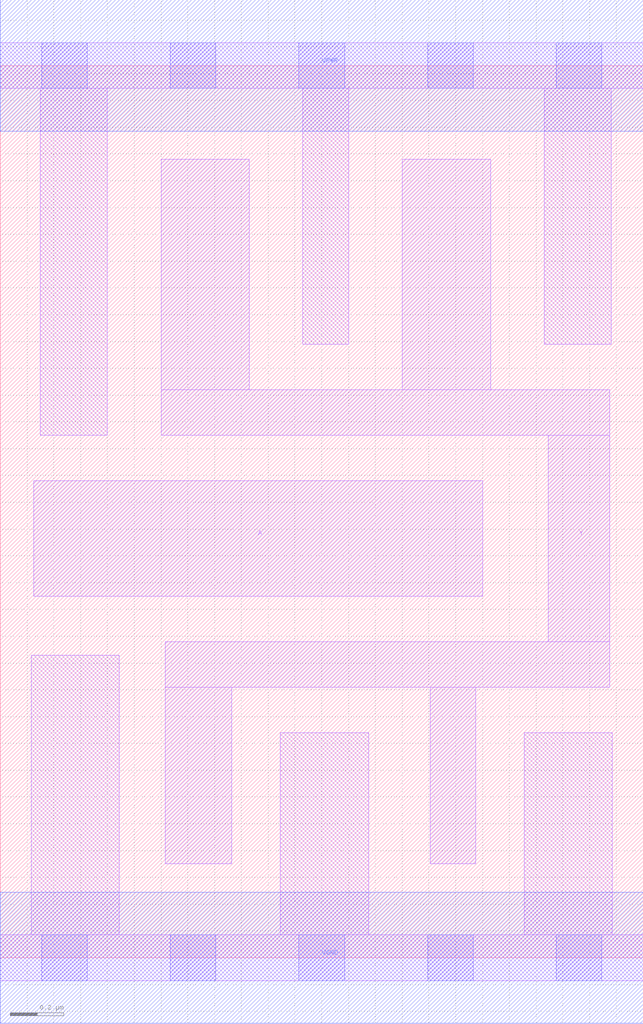
<source format=lef>
# Copyright 2020 The SkyWater PDK Authors
#
# Licensed under the Apache License, Version 2.0 (the "License");
# you may not use this file except in compliance with the License.
# You may obtain a copy of the License at
#
#     https://www.apache.org/licenses/LICENSE-2.0
#
# Unless required by applicable law or agreed to in writing, software
# distributed under the License is distributed on an "AS IS" BASIS,
# WITHOUT WARRANTIES OR CONDITIONS OF ANY KIND, either express or implied.
# See the License for the specific language governing permissions and
# limitations under the License.
#
# SPDX-License-Identifier: Apache-2.0

VERSION 5.7 ;
  NAMESCASESENSITIVE ON ;
  NOWIREEXTENSIONATPIN ON ;
  DIVIDERCHAR "/" ;
  BUSBITCHARS "[]" ;
UNITS
  DATABASE MICRONS 200 ;
END UNITS
MACRO sky130_fd_sc_ms__inv_4
  CLASS CORE ;
  SOURCE USER ;
  FOREIGN sky130_fd_sc_ms__inv_4 ;
  ORIGIN  0.000000  0.000000 ;
  SIZE  2.400000 BY  3.330000 ;
  SYMMETRY X Y ;
  SITE unit ;
  PIN A
    ANTENNAGATEAREA  1.250400 ;
    DIRECTION INPUT ;
    USE SIGNAL ;
    PORT
      LAYER li1 ;
        RECT 0.125000 1.350000 1.800000 1.780000 ;
    END
  END A
  PIN Y
    ANTENNADIFFAREA  1.048800 ;
    DIRECTION OUTPUT ;
    USE SIGNAL ;
    PORT
      LAYER li1 ;
        RECT 0.600000 1.950000 2.275000 2.120000 ;
        RECT 0.600000 2.120000 0.930000 2.980000 ;
        RECT 0.615000 0.350000 0.865000 1.010000 ;
        RECT 0.615000 1.010000 2.275000 1.180000 ;
        RECT 1.500000 2.120000 1.830000 2.980000 ;
        RECT 1.605000 0.350000 1.775000 1.010000 ;
        RECT 2.045000 1.180000 2.275000 1.950000 ;
    END
  END Y
  PIN VGND
    DIRECTION INOUT ;
    USE GROUND ;
    PORT
      LAYER met1 ;
        RECT 0.000000 -0.245000 2.400000 0.245000 ;
    END
  END VGND
  PIN VPWR
    DIRECTION INOUT ;
    USE POWER ;
    PORT
      LAYER met1 ;
        RECT 0.000000 3.085000 2.400000 3.575000 ;
    END
  END VPWR
  OBS
    LAYER li1 ;
      RECT 0.000000 -0.085000 2.400000 0.085000 ;
      RECT 0.000000  3.245000 2.400000 3.415000 ;
      RECT 0.115000  0.085000 0.445000 1.130000 ;
      RECT 0.150000  1.950000 0.400000 3.245000 ;
      RECT 1.045000  0.085000 1.375000 0.840000 ;
      RECT 1.130000  2.290000 1.300000 3.245000 ;
      RECT 1.955000  0.085000 2.285000 0.840000 ;
      RECT 2.030000  2.290000 2.280000 3.245000 ;
    LAYER mcon ;
      RECT 0.155000 -0.085000 0.325000 0.085000 ;
      RECT 0.155000  3.245000 0.325000 3.415000 ;
      RECT 0.635000 -0.085000 0.805000 0.085000 ;
      RECT 0.635000  3.245000 0.805000 3.415000 ;
      RECT 1.115000 -0.085000 1.285000 0.085000 ;
      RECT 1.115000  3.245000 1.285000 3.415000 ;
      RECT 1.595000 -0.085000 1.765000 0.085000 ;
      RECT 1.595000  3.245000 1.765000 3.415000 ;
      RECT 2.075000 -0.085000 2.245000 0.085000 ;
      RECT 2.075000  3.245000 2.245000 3.415000 ;
  END
END sky130_fd_sc_ms__inv_4

</source>
